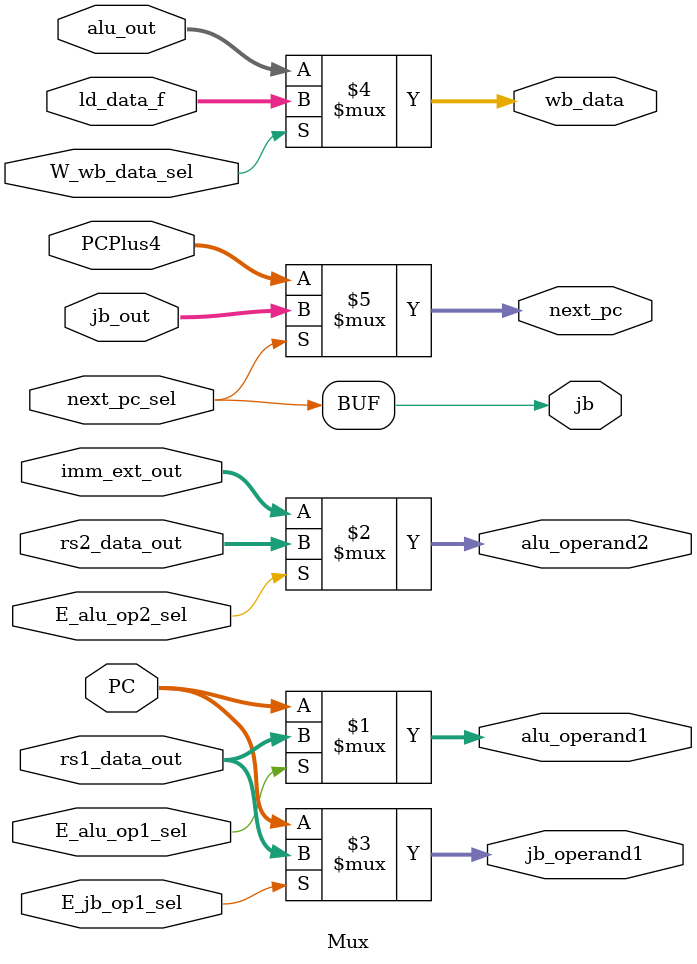
<source format=v>
module Mux (
    input [31:0] rs1_data_out,
    input [31:0] PC,
    input E_alu_op1_sel,
    input E_jb_op1_sel,

    input [31:0] rs2_data_out,
    input [31:0] imm_ext_out,
    input E_alu_op2_sel,

    input [31:0] ld_data_f,
    input [31:0] alu_out,
    input W_wb_data_sel,

    input [31:0] PCPlus4,
    input [31:0] jb_out,
    input next_pc_sel,

    output [31:0] alu_operand1,
    output [31:0] alu_operand2,
    output [31:0] jb_operand1,
    output [31:0] wb_data,
    output [31:0] next_pc,
    output jb
);

assign alu_operand1 = (E_alu_op1_sel) ? rs1_data_out : PC;  //1/0
assign alu_operand2 = (E_alu_op2_sel) ? rs2_data_out : imm_ext_out;
assign jb_operand1 = (E_jb_op1_sel) ? rs1_data_out : PC;
assign wb_data = (W_wb_data_sel) ? ld_data_f : alu_out;
assign next_pc = (next_pc_sel) ? jb_out : PCPlus4;
assign jb = next_pc_sel;

endmodule
</source>
